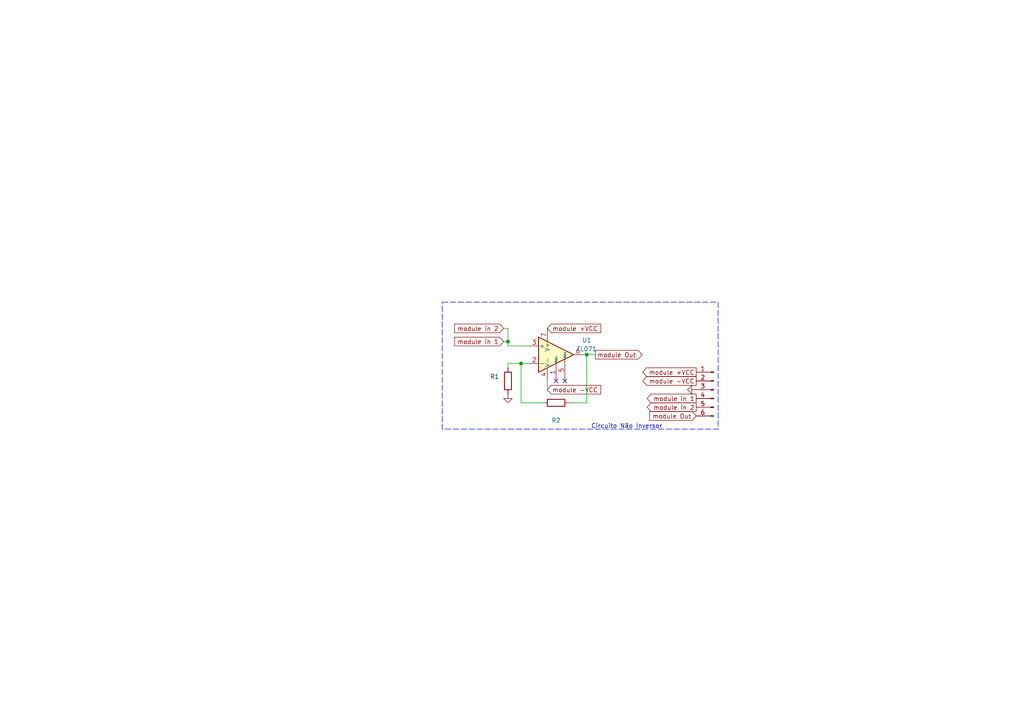
<source format=kicad_sch>
(kicad_sch (version 20230121) (generator eeschema)
  (paper "A4")
  (lib_symbols
    (symbol "Amplifier_Operational:TL071" (pin_names (offset 0.127))
      (property "Reference" "U" (at 0 6.35 0))
      (property "Value" "TL071" (at 0 3.81 0))
      (symbol "TL071_0_1"
        (polyline (pts (xy -5.08 5.08) (xy 5.08 0) (xy -5.08 -5.08) (xy -5.08 5.08)) (stroke (width 0.254)) (fill (type background)))
      )
      (symbol "TL071_1_1"
        (pin input line (at 0 -7.62 90) (length 5.08) (name "NULL") (number "1"))
        (pin input line (at -7.62 -2.54 0) (length 2.54) (name "-") (number "2"))
        (pin input line (at -7.62 2.54 0) (length 2.54) (name "+") (number "3"))
        (pin power_in line (at -2.54 -7.62 90) (length 3.81) (name "V-") (number "4"))
        (pin input line (at 2.54 -7.62 90) (length 6.35) (name "NULL") (number "5"))
        (pin output line (at 7.62 0 180) (length 2.54) (name "~") (number "6"))
        (pin power_in line (at -2.54 7.62 270) (length 3.81) (name "V+") (number "7"))
        (pin no_connect line (at 0 2.54 270) (length 2.54) hide (name "NC") (number "8"))
      )
    )
    (symbol "Connector:Conn_01x06_Pin" (pin_names (offset 1.016) hide)
      (property "Reference" "J" (at 0 7.62 0))
      (property "Value" "Conn_01x06_Pin" (at 0 -10.16 0))
      (symbol "Conn_01x06_Pin_1_1"
        (polyline (pts (xy 1.27 -7.62) (xy 0.8636 -7.62)) (stroke (width 0.1524)))
        (polyline (pts (xy 1.27 -5.08) (xy 0.8636 -5.08)) (stroke (width 0.1524)))
        (polyline (pts (xy 1.27 -2.54) (xy 0.8636 -2.54)) (stroke (width 0.1524)))
        (polyline (pts (xy 1.27 0) (xy 0.8636 0)) (stroke (width 0.1524)))
        (polyline (pts (xy 1.27 2.54) (xy 0.8636 2.54)) (stroke (width 0.1524)))
        (polyline (pts (xy 1.27 5.08) (xy 0.8636 5.08)) (stroke (width 0.1524)))
        (rectangle (start 0.8636 -7.493) (end 0 -7.747) (stroke (width 0.1524)) (fill (type outline)))
        (rectangle (start 0.8636 -4.953) (end 0 -5.207) (stroke (width 0.1524)) (fill (type outline)))
        (rectangle (start 0.8636 -2.413) (end 0 -2.667) (stroke (width 0.1524)) (fill (type outline)))
        (rectangle (start 0.8636 0.127) (end 0 -0.127) (stroke (width 0.1524)) (fill (type outline)))
        (rectangle (start 0.8636 2.667) (end 0 2.413) (stroke (width 0.1524)) (fill (type outline)))
        (rectangle (start 0.8636 5.207) (end 0 4.953) (stroke (width 0.1524)) (fill (type outline)))
        (pin passive line (at 5.08 5.08 180) (length 3.81) (name "Pin_1") (number "1"))
        (pin passive line (at 5.08 2.54 180) (length 3.81) (name "Pin_2") (number "2"))
        (pin passive line (at 5.08 0 180) (length 3.81) (name "Pin_3") (number "3"))
        (pin passive line (at 5.08 -2.54 180) (length 3.81) (name "Pin_4") (number "4"))
        (pin passive line (at 5.08 -5.08 180) (length 3.81) (name "Pin_5") (number "5"))
        (pin passive line (at 5.08 -7.62 180) (length 3.81) (name "Pin_6") (number "6"))
      )
    )
    (symbol "Device:R" (pin_numbers hide) (pin_names (offset 0))
      (property "Reference" "R" (at 2.032 0 90))
      (property "Value" "R" (at 0 0 90))
      (symbol "R_0_1"
        (rectangle (start -1.016 2.54) (end 1.016 -2.54) (stroke (width 0.254)))
      )
      (symbol "R_1_1"
        (pin passive line (at 0 3.81 270) (length 1.27) (name "~") (number "1"))
        (pin passive line (at 0 -3.81 90) (length 1.27) (name "~") (number "2"))
      )
    )
    (symbol "power:GND" (power) (pin_names (offset 0))
      (property "Value" "GND" (at 0 -3.81 0))
      (symbol "GND_0_1"
        (polyline (pts (xy 0 0) (xy 0 -1.27) (xy 1.27 -1.27) (xy 0 -2.54) (xy -1.27 -1.27) (xy 0 -1.27)))
      )
      (symbol "GND_1_1"
        (pin power_in line (at 0 0 270) (length 0) hide (name "GND") (number "1"))
      )
    )
  )
  (junction (at 170.18 102.87))
  (junction (at 151.13 105.41))
  (junction (at 147.32 99.06))
  (no_connect (at 163.83 110.49))
  (no_connect (at 161.29 110.49))
  (wire (pts (xy 147.32 105.41) (xy 151.13 105.41)))
  (wire (pts (xy 147.32 100.33) (xy 147.32 99.06)))
  (wire (pts (xy 146.05 95.25) (xy 147.32 95.25)))
  (wire (pts (xy 147.32 106.68) (xy 147.32 105.41)))
  (wire (pts (xy 153.67 105.41) (xy 151.13 105.41)))
  (wire (pts (xy 151.13 116.84) (xy 157.48 116.84)))
  (wire (pts (xy 165.1 116.84) (xy 170.18 116.84)))
  (wire (pts (xy 170.18 102.87) (xy 168.91 102.87)))
  (wire (pts (xy 170.18 102.87) (xy 172.72 102.87)))
  (wire (pts (xy 151.13 105.41) (xy 151.13 116.84)))
  (wire (pts (xy 158.75 113.03) (xy 158.75 110.49)))
  (wire (pts (xy 147.32 95.25) (xy 147.32 99.06)))
  (wire (pts (xy 147.32 100.33) (xy 153.67 100.33)))
  (wire (pts (xy 170.18 116.84) (xy 170.18 102.87)))
  (wire (pts (xy 146.05 99.06) (xy 147.32 99.06)))
  (rectangle (start 128.27 87.63) (end 208.28 124.46) (stroke (width 0) (type dash)))
  (text "Circuito Não Inversor" (at 171.45 124.46 0) (effects (font (size 1.27 1.27)) (justify left bottom)))
  (global_label "module in 2" (shape input) (at 146.05 95.25 180) (property "Intersheetrefs" "${INTERSHEET_REFS}" (effects hide)))
  (global_label "module -VCC" (shape output) (at 201.93 110.49 180) (property "Intersheetrefs" "${INTERSHEET_REFS}" (effects hide)))
  (global_label "module in 1" (shape input) (at 146.05 99.06 180) (property "Intersheetrefs" "${INTERSHEET_REFS}" (effects hide)))
  (global_label "module Out" (shape input) (at 201.93 120.65 180) (property "Intersheetrefs" "${INTERSHEET_REFS}" (effects hide)))
  (global_label "module +VCC" (shape output) (at 201.93 107.95 180) (property "Intersheetrefs" "${INTERSHEET_REFS}" (effects hide)))
  (global_label "module in 2" (shape output) (at 201.93 118.11 180) (property "Intersheetrefs" "${INTERSHEET_REFS}" (effects hide)))
  (global_label "module in 1" (shape output) (at 201.93 115.57 180) (property "Intersheetrefs" "${INTERSHEET_REFS}" (effects hide)))
  (global_label "module +VCC" (shape input) (at 158.75 95.25 0) (property "Intersheetrefs" "${INTERSHEET_REFS}" (effects hide)))
  (global_label "module Out" (shape output) (at 172.72 102.87 0) (property "Intersheetrefs" "${INTERSHEET_REFS}" (effects hide)))
  (global_label "module -VCC" (shape input) (at 158.75 113.03 0) (property "Intersheetrefs" "${INTERSHEET_REFS}" (effects hide)))
  (symbol (lib_id "power:GND") (at 201.93 113.03 270) (unit 1)
    (property "Reference" "#PWR02" (effects hide))
    (property "Value" "GND" (effects hide))
  )
  (symbol (lib_id "Connector:Conn_01x06_Pin") (at 207.01 113.03 0) (mirror y) (unit 1)
    (property "Reference" "J1" (effects hide))
    (property "Value" "Conn_01x06_Pin" (effects hide))
    (property "Footprint" "Connector_PinHeader_2.54mm:PinHeader_1x06_P2.54mm_Vertical" (effects hide))
  )
  (symbol (lib_id "power:GND") (at 147.32 114.3 0) (unit 1)
    (property "Reference" "#PWR01" (effects hide))
    (property "Value" "GND" (effects hide))
  )
  (symbol (lib_id "Device:R") (at 161.29 116.84 270) (unit 1)
    (property "Reference" "R2" (at 161.29 121.92 90))
    (property "Value" "R" (effects hide))
    (property "Footprint" "Resistor_THT:R_Axial_DIN0207_L6.3mm_D2.5mm_P7.62mm_Horizontal" (effects hide))
  )
  (symbol (lib_id "Device:R") (at 147.32 110.49 0) (mirror y) (unit 1)
    (property "Reference" "R1" (at 144.78 109.22 0) (effects (justify left)))
    (property "Value" "R" (effects hide))
    (property "Footprint" "Resistor_THT:R_Axial_DIN0207_L6.3mm_D2.5mm_P7.62mm_Horizontal" (effects hide))
  )
  (symbol (lib_id "Amplifier_Operational:TL071") (at 161.29 102.87 0) (unit 1)
    (property "Reference" "U1" (at 170.18 98.6791 0))
    (property "Value" "TL071" (at 170.18 101.2191 0))
    (property "Footprint" "Package_DIP:DIP-8_W7.62mm_Socket" (effects hide))
    (property "Datasheet" "http://www.ti.com/lit/ds/symlink/tl071.pdf" (effects hide))
  )
)
</source>
